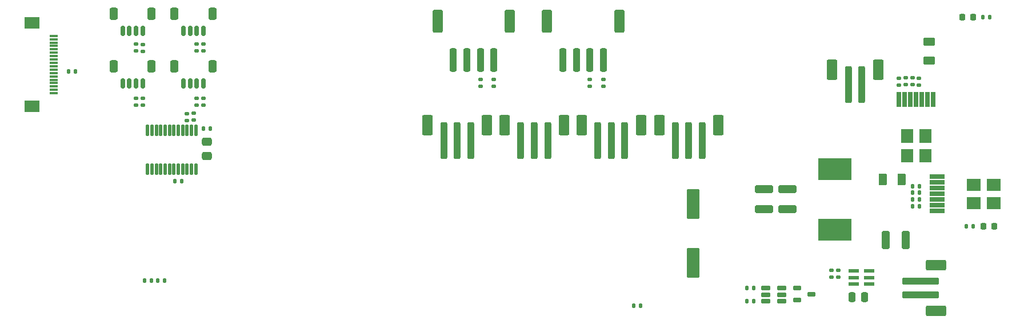
<source format=gbr>
%TF.GenerationSoftware,KiCad,Pcbnew,7.0.1-0*%
%TF.CreationDate,2023-09-22T11:11:22-04:00*%
%TF.ProjectId,Segway V7,53656777-6179-4205-9637-2e6b69636164,V1*%
%TF.SameCoordinates,Original*%
%TF.FileFunction,Paste,Top*%
%TF.FilePolarity,Positive*%
%FSLAX46Y46*%
G04 Gerber Fmt 4.6, Leading zero omitted, Abs format (unit mm)*
G04 Created by KiCad (PCBNEW 7.0.1-0) date 2023-09-22 11:11:22*
%MOMM*%
%LPD*%
G01*
G04 APERTURE LIST*
G04 Aperture macros list*
%AMRoundRect*
0 Rectangle with rounded corners*
0 $1 Rounding radius*
0 $2 $3 $4 $5 $6 $7 $8 $9 X,Y pos of 4 corners*
0 Add a 4 corners polygon primitive as box body*
4,1,4,$2,$3,$4,$5,$6,$7,$8,$9,$2,$3,0*
0 Add four circle primitives for the rounded corners*
1,1,$1+$1,$2,$3*
1,1,$1+$1,$4,$5*
1,1,$1+$1,$6,$7*
1,1,$1+$1,$8,$9*
0 Add four rect primitives between the rounded corners*
20,1,$1+$1,$2,$3,$4,$5,0*
20,1,$1+$1,$4,$5,$6,$7,0*
20,1,$1+$1,$6,$7,$8,$9,0*
20,1,$1+$1,$8,$9,$2,$3,0*%
G04 Aperture macros list end*
%ADD10C,0.010000*%
%ADD11RoundRect,0.150000X-0.150000X-0.625000X0.150000X-0.625000X0.150000X0.625000X-0.150000X0.625000X0*%
%ADD12RoundRect,0.250000X-0.350000X-0.650000X0.350000X-0.650000X0.350000X0.650000X-0.350000X0.650000X0*%
%ADD13RoundRect,0.135000X-0.185000X0.135000X-0.185000X-0.135000X0.185000X-0.135000X0.185000X0.135000X0*%
%ADD14RoundRect,0.048800X-0.541200X-0.256200X0.541200X-0.256200X0.541200X0.256200X-0.541200X0.256200X0*%
%ADD15RoundRect,0.250000X-0.625000X0.375000X-0.625000X-0.375000X0.625000X-0.375000X0.625000X0.375000X0*%
%ADD16RoundRect,0.250000X0.250000X1.500000X-0.250000X1.500000X-0.250000X-1.500000X0.250000X-1.500000X0*%
%ADD17RoundRect,0.250001X0.499999X1.449999X-0.499999X1.449999X-0.499999X-1.449999X0.499999X-1.449999X0*%
%ADD18RoundRect,0.135000X0.185000X-0.135000X0.185000X0.135000X-0.185000X0.135000X-0.185000X-0.135000X0*%
%ADD19RoundRect,0.020500X-0.184500X0.764500X-0.184500X-0.764500X0.184500X-0.764500X0.184500X0.764500X0*%
%ADD20RoundRect,0.135000X0.135000X0.185000X-0.135000X0.185000X-0.135000X-0.185000X0.135000X-0.185000X0*%
%ADD21RoundRect,0.041300X0.683700X0.253700X-0.683700X0.253700X-0.683700X-0.253700X0.683700X-0.253700X0*%
%ADD22RoundRect,0.135000X-0.135000X-0.185000X0.135000X-0.185000X0.135000X0.185000X-0.135000X0.185000X0*%
%ADD23RoundRect,0.250000X-2.500000X0.250000X-2.500000X-0.250000X2.500000X-0.250000X2.500000X0.250000X0*%
%ADD24RoundRect,0.250000X-1.250000X0.550000X-1.250000X-0.550000X1.250000X-0.550000X1.250000X0.550000X0*%
%ADD25RoundRect,0.250000X-0.325000X-1.100000X0.325000X-1.100000X0.325000X1.100000X-0.325000X1.100000X0*%
%ADD26RoundRect,0.218750X-0.218750X-0.256250X0.218750X-0.256250X0.218750X0.256250X-0.218750X0.256250X0*%
%ADD27RoundRect,0.250000X0.475000X-0.337500X0.475000X0.337500X-0.475000X0.337500X-0.475000X-0.337500X0*%
%ADD28RoundRect,0.250000X-0.250000X-2.500000X0.250000X-2.500000X0.250000X2.500000X-0.250000X2.500000X0*%
%ADD29RoundRect,0.250000X-0.550000X-1.250000X0.550000X-1.250000X0.550000X1.250000X-0.550000X1.250000X0*%
%ADD30RoundRect,0.218750X0.218750X0.256250X-0.218750X0.256250X-0.218750X-0.256250X0.218750X-0.256250X0*%
%ADD31RoundRect,0.250000X-0.700000X1.950000X-0.700000X-1.950000X0.700000X-1.950000X0.700000X1.950000X0*%
%ADD32R,4.950000X3.175000*%
%ADD33RoundRect,0.250000X0.250000X0.475000X-0.250000X0.475000X-0.250000X-0.475000X0.250000X-0.475000X0*%
%ADD34RoundRect,0.250000X-1.100000X0.325000X-1.100000X-0.325000X1.100000X-0.325000X1.100000X0.325000X0*%
%ADD35RoundRect,0.012400X-1.027600X-0.297600X1.027600X-0.297600X1.027600X0.297600X-1.027600X0.297600X0*%
%ADD36RoundRect,0.250000X0.375000X0.625000X-0.375000X0.625000X-0.375000X-0.625000X0.375000X-0.625000X0*%
%ADD37RoundRect,0.090000X-0.585000X-0.210000X0.585000X-0.210000X0.585000X0.210000X-0.585000X0.210000X0*%
%ADD38RoundRect,0.012400X-0.297600X1.027600X-0.297600X-1.027600X0.297600X-1.027600X0.297600X1.027600X0*%
%ADD39R,1.300000X0.300000*%
%ADD40R,2.200000X1.800000*%
G04 APERTURE END LIST*
%TO.C,U5*%
D10*
X245020000Y-122630000D02*
X243110000Y-122630000D01*
X243110000Y-120940000D01*
X245020000Y-120940000D01*
X245020000Y-122630000D01*
G36*
X245020000Y-122630000D02*
G01*
X243110000Y-122630000D01*
X243110000Y-120940000D01*
X245020000Y-120940000D01*
X245020000Y-122630000D01*
G37*
X245020000Y-125360000D02*
X243110000Y-125360000D01*
X243110000Y-123670000D01*
X245020000Y-123670000D01*
X245020000Y-125360000D01*
G36*
X245020000Y-125360000D02*
G01*
X243110000Y-125360000D01*
X243110000Y-123670000D01*
X245020000Y-123670000D01*
X245020000Y-125360000D01*
G37*
X247970000Y-122630000D02*
X246060000Y-122630000D01*
X246060000Y-120940000D01*
X247970000Y-120940000D01*
X247970000Y-122630000D01*
G36*
X247970000Y-122630000D02*
G01*
X246060000Y-122630000D01*
X246060000Y-120940000D01*
X247970000Y-120940000D01*
X247970000Y-122630000D01*
G37*
X247970000Y-125360000D02*
X246060000Y-125360000D01*
X246060000Y-123670000D01*
X247970000Y-123670000D01*
X247970000Y-125360000D01*
G36*
X247970000Y-125360000D02*
G01*
X246060000Y-125360000D01*
X246060000Y-123670000D01*
X247970000Y-123670000D01*
X247970000Y-125360000D01*
G37*
%TO.C,U6*%
X237750000Y-115480000D02*
X236060000Y-115480000D01*
X236060000Y-113570000D01*
X237750000Y-113570000D01*
X237750000Y-115480000D01*
G36*
X237750000Y-115480000D02*
G01*
X236060000Y-115480000D01*
X236060000Y-113570000D01*
X237750000Y-113570000D01*
X237750000Y-115480000D01*
G37*
X235020000Y-115480000D02*
X233330000Y-115480000D01*
X233330000Y-113570000D01*
X235020000Y-113570000D01*
X235020000Y-115480000D01*
G36*
X235020000Y-115480000D02*
G01*
X233330000Y-115480000D01*
X233330000Y-113570000D01*
X235020000Y-113570000D01*
X235020000Y-115480000D01*
G37*
X237750000Y-118430000D02*
X236060000Y-118430000D01*
X236060000Y-116520000D01*
X237750000Y-116520000D01*
X237750000Y-118430000D01*
G36*
X237750000Y-118430000D02*
G01*
X236060000Y-118430000D01*
X236060000Y-116520000D01*
X237750000Y-116520000D01*
X237750000Y-118430000D01*
G37*
X235020000Y-118430000D02*
X233330000Y-118430000D01*
X233330000Y-116520000D01*
X235020000Y-116520000D01*
X235020000Y-118430000D01*
G36*
X235020000Y-118430000D02*
G01*
X233330000Y-118430000D01*
X233330000Y-116520000D01*
X235020000Y-116520000D01*
X235020000Y-118430000D01*
G37*
%TD*%
D11*
%TO.C,i2c1*%
X118000000Y-99000000D03*
X119000000Y-99000000D03*
X120000000Y-99000000D03*
X121000000Y-99000000D03*
D12*
X116700000Y-96475000D03*
X122300000Y-96475000D03*
%TD*%
D13*
%TO.C,RSD2*%
X129000000Y-100990000D03*
X129000000Y-102010000D03*
%TD*%
D14*
%TO.C,Q2*%
X217975000Y-137085000D03*
X217975000Y-138915000D03*
X220025000Y-138000000D03*
%TD*%
D15*
%TO.C,F2*%
X237500000Y-100600000D03*
X237500000Y-103400000D03*
%TD*%
D16*
%TO.C,E2*%
X189250000Y-103350000D03*
X187250000Y-103350000D03*
X185250000Y-103350000D03*
X183250000Y-103350000D03*
D17*
X191600000Y-97600000D03*
X180900000Y-97600000D03*
%TD*%
D18*
%TO.C,R2*%
X171000000Y-107250000D03*
X171000000Y-106230000D03*
%TD*%
D19*
%TO.C,U2*%
X128850000Y-113760000D03*
X128200000Y-113760000D03*
X127550000Y-113760000D03*
X126900000Y-113760000D03*
X126250000Y-113760000D03*
X125600000Y-113760000D03*
X124950000Y-113760000D03*
X124300000Y-113760000D03*
X123650000Y-113760000D03*
X123000000Y-113760000D03*
X122350000Y-113760000D03*
X121700000Y-113760000D03*
X121700000Y-119500000D03*
X122350000Y-119500000D03*
X123000000Y-119500000D03*
X123650000Y-119500000D03*
X124300000Y-119500000D03*
X124950000Y-119500000D03*
X125600000Y-119500000D03*
X126250000Y-119500000D03*
X126900000Y-119500000D03*
X127550000Y-119500000D03*
X128200000Y-119500000D03*
X128850000Y-119500000D03*
%TD*%
D20*
%TO.C,RSE1*%
X236050000Y-125000000D03*
X235030000Y-125000000D03*
%TD*%
D13*
%TO.C,R_I2C_PULLUP1*%
X127500000Y-111250000D03*
X127500000Y-112270000D03*
%TD*%
%TO.C,RSD1*%
X120000000Y-108980000D03*
X120000000Y-110000000D03*
%TD*%
D21*
%TO.C,U3*%
X228655000Y-136507500D03*
X228655000Y-135557500D03*
X228655000Y-134607500D03*
X226345000Y-134607500D03*
X226345000Y-135557500D03*
X226345000Y-136507500D03*
%TD*%
D20*
%TO.C,RCs1*%
X236060000Y-124000000D03*
X235040000Y-124000000D03*
%TD*%
D22*
%TO.C,R_ZVD_2*%
X210455000Y-137085000D03*
X211475000Y-137085000D03*
%TD*%
D18*
%TO.C,RSE2*%
X233040000Y-107020000D03*
X233040000Y-106000000D03*
%TD*%
D13*
%TO.C,RSC1*%
X121000000Y-109000000D03*
X121000000Y-110020000D03*
%TD*%
D22*
%TO.C,R_LED1*%
X193730000Y-139750000D03*
X194750000Y-139750000D03*
%TD*%
D20*
%TO.C,RBAT2*%
X122260000Y-136000000D03*
X121240000Y-136000000D03*
%TD*%
D23*
%TO.C,POWER SWITCH*%
X236250000Y-136100000D03*
X236250000Y-138100000D03*
D24*
X238500000Y-133700000D03*
X238500000Y-140500000D03*
%TD*%
D25*
%TO.C,Cin1*%
X231065000Y-130007500D03*
X234015000Y-130007500D03*
%TD*%
D26*
%TO.C,D1*%
X242425000Y-97000000D03*
X244000000Y-97000000D03*
%TD*%
D27*
%TO.C,C_i2C1*%
X130500000Y-117537500D03*
X130500000Y-115462500D03*
%TD*%
D28*
%TO.C,MOTOR SWITCH*%
X225540000Y-107000000D03*
X227540000Y-107000000D03*
D29*
X223140000Y-104750000D03*
X229940000Y-104750000D03*
%TD*%
D30*
%TO.C,D2*%
X247115000Y-128000000D03*
X245540000Y-128000000D03*
%TD*%
D18*
%TO.C,RCs2*%
X234000000Y-107000000D03*
X234000000Y-105980000D03*
%TD*%
D13*
%TO.C,Rfbb1*%
X224040000Y-134500000D03*
X224040000Y-135520000D03*
%TD*%
D11*
%TO.C,i2c4*%
X127000000Y-106825000D03*
X128000000Y-106825000D03*
X129000000Y-106825000D03*
X130000000Y-106825000D03*
D12*
X125700000Y-104300000D03*
X131300000Y-104300000D03*
%TD*%
D31*
%TO.C,C_LED1*%
X202500000Y-124650000D03*
X202500000Y-133350000D03*
%TD*%
D13*
%TO.C,RSC0*%
X121000000Y-101000000D03*
X121000000Y-102020000D03*
%TD*%
D22*
%TO.C,R7*%
X129980000Y-113500000D03*
X131000000Y-113500000D03*
%TD*%
D18*
%TO.C,Rfbt1*%
X223000000Y-135510000D03*
X223000000Y-134490000D03*
%TD*%
D20*
%TO.C,R_PWR2*%
X236080000Y-122000000D03*
X235060000Y-122000000D03*
%TD*%
D13*
%TO.C,R_MTR1*%
X236000000Y-106000000D03*
X236000000Y-107020000D03*
%TD*%
%TO.C,RSC3*%
X130000000Y-108980000D03*
X130000000Y-110000000D03*
%TD*%
D32*
%TO.C,L1*%
X223540000Y-128507500D03*
X223540000Y-119492500D03*
%TD*%
D11*
%TO.C,i2c2*%
X118000000Y-106825000D03*
X119000000Y-106825000D03*
X120000000Y-106825000D03*
X121000000Y-106825000D03*
D12*
X116700000Y-104300000D03*
X122300000Y-104300000D03*
%TD*%
D33*
%TO.C,Cbst1*%
X227950000Y-138500000D03*
X226050000Y-138500000D03*
%TD*%
D20*
%TO.C,RBAT1*%
X124260000Y-136000000D03*
X123240000Y-136000000D03*
%TD*%
D18*
%TO.C,R1*%
X173000000Y-107260000D03*
X173000000Y-106240000D03*
%TD*%
D22*
%TO.C,R_PWR1*%
X235040000Y-123000000D03*
X236060000Y-123000000D03*
%TD*%
D20*
%TO.C,R_ZVD_1*%
X211475000Y-139085000D03*
X210455000Y-139085000D03*
%TD*%
D13*
%TO.C,RSD3*%
X129000000Y-108990000D03*
X129000000Y-110010000D03*
%TD*%
D18*
%TO.C,R_MTR2*%
X235040000Y-107000000D03*
X235040000Y-105980000D03*
%TD*%
D11*
%TO.C,i2c3*%
X127000000Y-99000000D03*
X128000000Y-99000000D03*
X129000000Y-99000000D03*
X130000000Y-99000000D03*
D12*
X125700000Y-96475000D03*
X131300000Y-96475000D03*
%TD*%
D28*
%TO.C,POT3*%
X188400000Y-115250000D03*
X190400000Y-115250000D03*
X192400000Y-115250000D03*
D29*
X186000000Y-113000000D03*
X194800000Y-113000000D03*
%TD*%
D20*
%TO.C,R_MOTOR1*%
X246500000Y-97000000D03*
X245480000Y-97000000D03*
%TD*%
D18*
%TO.C,R3*%
X189250000Y-107250000D03*
X189250000Y-106230000D03*
%TD*%
D28*
%TO.C,POT4*%
X199900000Y-115250000D03*
X201900000Y-115250000D03*
X203900000Y-115250000D03*
D29*
X197500000Y-113000000D03*
X206300000Y-113000000D03*
%TD*%
D34*
%TO.C,Cout2*%
X213000000Y-122500000D03*
X213000000Y-125450000D03*
%TD*%
D13*
%TO.C,RSD0*%
X120000000Y-100980000D03*
X120000000Y-102000000D03*
%TD*%
D35*
%TO.C,U5*%
X238730000Y-120600000D03*
X238730000Y-121450000D03*
X238730000Y-122300000D03*
X238730000Y-123150000D03*
X238730000Y-124000000D03*
X238730000Y-124850000D03*
X238730000Y-125700000D03*
%TD*%
D36*
%TO.C,F1*%
X233440000Y-121000000D03*
X230640000Y-121000000D03*
%TD*%
D28*
%TO.C,POT2*%
X177000000Y-115250000D03*
X179000000Y-115250000D03*
X181000000Y-115250000D03*
D29*
X174600000Y-113000000D03*
X183400000Y-113000000D03*
%TD*%
D18*
%TO.C,R8*%
X128500000Y-112260000D03*
X128500000Y-111240000D03*
%TD*%
D20*
%TO.C,R_PWR_LED1*%
X244000000Y-128000000D03*
X242980000Y-128000000D03*
%TD*%
D16*
%TO.C,E1*%
X173000000Y-103350000D03*
X171000000Y-103350000D03*
X169000000Y-103350000D03*
X167000000Y-103350000D03*
D17*
X175350000Y-97600000D03*
X164650000Y-97600000D03*
%TD*%
D20*
%TO.C,R9*%
X126760000Y-121250000D03*
X125740000Y-121250000D03*
%TD*%
D37*
%TO.C,Q1*%
X213290000Y-137135000D03*
X213290000Y-138085000D03*
X213290000Y-139035000D03*
X215660000Y-139035000D03*
X215660000Y-138085000D03*
X215660000Y-137135000D03*
%TD*%
D13*
%TO.C,RSC2*%
X130000000Y-100990000D03*
X130000000Y-102010000D03*
%TD*%
D20*
%TO.C,R_TFT1*%
X111000000Y-105000000D03*
X109980000Y-105000000D03*
%TD*%
D18*
%TO.C,R4*%
X187250000Y-107250000D03*
X187250000Y-106230000D03*
%TD*%
D38*
%TO.C,U6*%
X238090000Y-109190000D03*
X237240000Y-109190000D03*
X236390000Y-109190000D03*
X235540000Y-109190000D03*
X234690000Y-109190000D03*
X233840000Y-109190000D03*
X232990000Y-109190000D03*
%TD*%
D39*
%TO.C,U4*%
X107800000Y-99750000D03*
X107800000Y-100250000D03*
X107800000Y-100750000D03*
X107800000Y-101250000D03*
X107800000Y-101750000D03*
X107800000Y-102250000D03*
X107800000Y-102750000D03*
X107800000Y-103250000D03*
X107800000Y-103750000D03*
X107800000Y-104250000D03*
X107800000Y-104750000D03*
X107800000Y-105250000D03*
X107800000Y-105750000D03*
X107800000Y-106250000D03*
X107800000Y-106750000D03*
X107800000Y-107250000D03*
X107800000Y-107750000D03*
X107800000Y-108250000D03*
D40*
X104550000Y-97850000D03*
X104550000Y-110150000D03*
%TD*%
D28*
%TO.C,POT1*%
X165600000Y-115250000D03*
X167600000Y-115250000D03*
X169600000Y-115250000D03*
D29*
X163200000Y-113000000D03*
X172000000Y-113000000D03*
%TD*%
D34*
%TO.C,Cout1*%
X216500000Y-122500000D03*
X216500000Y-125450000D03*
%TD*%
M02*

</source>
